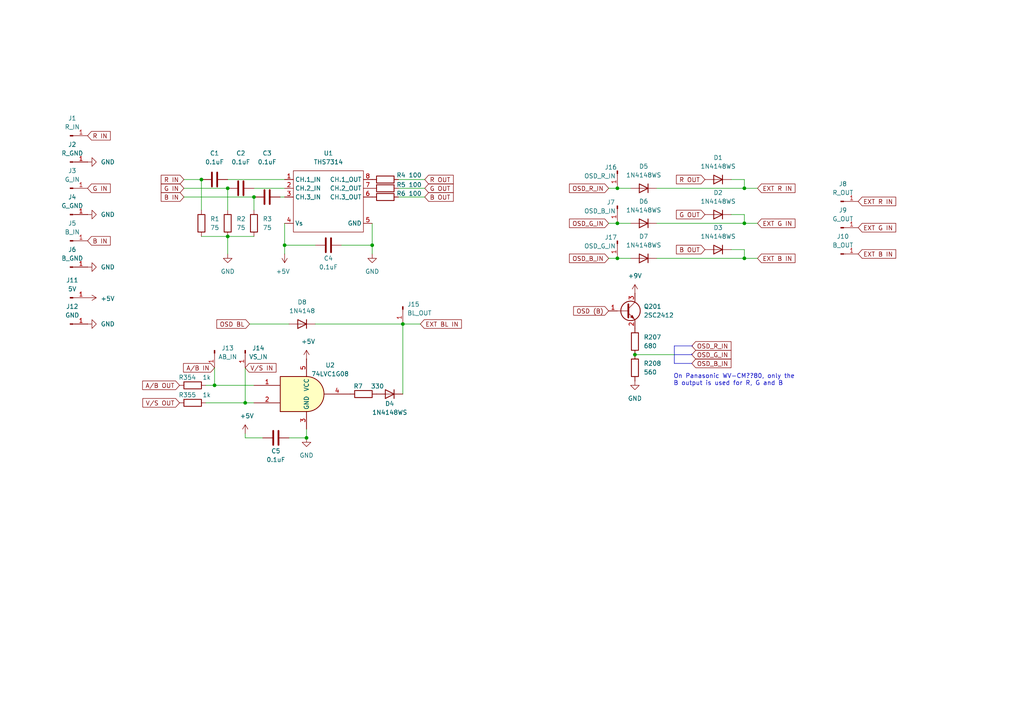
<source format=kicad_sch>
(kicad_sch (version 20250114) (generator "eeschema") (generator_version "9.0")
  (paper "A4")
  (lib_symbols
    (symbol "74xGxx:74LVC1G08"
      (property "Reference" "U" (at -5.08 7.62 0))
      (property "Value" "74LVC1G08" (at 7.62 -7.62 0))
      (symbol "74LVC1G08_0_1"
        (arc (start 0 5.08) (mid 5.0579 0) (end 0 -5.08) (stroke (width 0.254)) (fill (type background)))
        (polyline (pts (xy 0 -5.08) (xy -7.62 -5.08) (xy -7.62 5.08) (xy 0 5.08)) (stroke (width 0.254)) (fill (type background)))
      )
      (symbol "74LVC1G08_1_1"
        (pin input line (at -15.24 2.54 0) (length 7.62) (name "~") (number "1"))
        (pin input line (at -15.24 -2.54 0) (length 7.62) (name "~") (number "2"))
        (pin power_in line (at 0 10.16 270) (length 5.08) (name "VCC") (number "5"))
        (pin power_in line (at 0 -10.16 90) (length 5.08) (name "GND") (number "3"))
        (pin output line (at 12.7 0 180) (length 7.62) (name "~") (number "4"))
      )
    )
    (symbol "Connector:Conn_01x01_Pin" (pin_names (offset 1.016) (hide yes))
      (property "Reference" "J" (at 0 2.54 0))
      (property "Value" "Conn_01x01_Pin" (at 0 -2.54 0))
      (symbol "Conn_01x01_Pin_1_1"
        (rectangle (start 0.8636 0.127) (end 0 -0.127) (stroke (width 0.1524)) (fill (type outline)))
        (polyline (pts (xy 1.27 0) (xy 0.8636 0)) (stroke (width 0.1524)))
        (pin passive line (at 5.08 0 180) (length 3.81) (name "Pin_1") (number "1"))
      )
    )
    (symbol "Device:C" (pin_numbers (hide yes)) (pin_names (offset 0.254))
      (property "Reference" "C" (at 0.635 2.54 0))
      (property "Value" "C" (at 0.635 -2.54 0))
      (symbol "C_0_1"
        (polyline (pts (xy -2.032 0.762) (xy 2.032 0.762)) (stroke (width 0.508)))
        (polyline (pts (xy -2.032 -0.762) (xy 2.032 -0.762)) (stroke (width 0.508)))
      )
      (symbol "C_1_1"
        (pin passive line (at 0 3.81 270) (length 2.794) (name "~") (number "1"))
        (pin passive line (at 0 -3.81 90) (length 2.794) (name "~") (number "2"))
      )
    )
    (symbol "Device:R" (pin_numbers (hide yes)) (pin_names (offset 0))
      (property "Reference" "R" (at 2.032 0 90))
      (property "Value" "R" (at 0 0 90))
      (symbol "R_0_1"
        (rectangle (start -1.016 -2.54) (end 1.016 2.54) (stroke (width 0.254)))
      )
      (symbol "R_1_1"
        (pin passive line (at 0 3.81 270) (length 1.27) (name "~") (number "1"))
        (pin passive line (at 0 -3.81 90) (length 1.27) (name "~") (number "2"))
      )
    )
    (symbol "Diode:1N4148" (pin_numbers (hide yes)) (pin_names (hide yes))
      (property "Reference" "D" (at 0 2.54 0))
      (property "Value" "1N4148" (at 0 -2.54 0))
      (symbol "1N4148_0_1"
        (polyline (pts (xy -1.27 1.27) (xy -1.27 -1.27)) (stroke (width 0.254)))
        (polyline (pts (xy 1.27 1.27) (xy 1.27 -1.27) (xy -1.27 0) (xy 1.27 1.27)) (stroke (width 0.254)))
        (polyline (pts (xy 1.27 0) (xy -1.27 0)))
      )
      (symbol "1N4148_1_1"
        (pin passive line (at -3.81 0 0) (length 2.54) (name "K") (number "1"))
        (pin passive line (at 3.81 0 180) (length 2.54) (name "A") (number "2"))
      )
    )
    (symbol "Diode:1N4148WS" (pin_numbers (hide yes)) (pin_names (hide yes))
      (property "Reference" "D" (at 0 2.54 0))
      (property "Value" "1N4148WS" (at 0 -2.54 0))
      (symbol "1N4148WS_0_1"
        (polyline (pts (xy -1.27 1.27) (xy -1.27 -1.27)) (stroke (width 0.254)))
        (polyline (pts (xy 1.27 1.27) (xy 1.27 -1.27) (xy -1.27 0) (xy 1.27 1.27)) (stroke (width 0.254)))
        (polyline (pts (xy 1.27 0) (xy -1.27 0)))
      )
      (symbol "1N4148WS_1_1"
        (pin passive line (at -3.81 0 0) (length 2.54) (name "K") (number "1"))
        (pin passive line (at 3.81 0 180) (length 2.54) (name "A") (number "2"))
      )
    )
    (symbol "Transistor_BJT:2SC4213" (pin_names (offset 0) (hide yes))
      (property "Reference" "Q" (at 5.08 1.905 0))
      (property "Value" "2SC4213" (at 5.08 0 0))
      (symbol "2SC4213_0_1"
        (polyline (pts (xy -2.54 0) (xy 0.635 0)))
        (polyline (pts (xy 0.635 1.905) (xy 0.635 -1.905)) (stroke (width 0.508)))
        (circle (center 1.27 0) (radius 2.8194) (stroke (width 0.254)))
      )
      (symbol "2SC4213_1_1"
        (polyline (pts (xy 0.635 0.635) (xy 2.54 2.54)))
        (polyline (pts (xy 0.635 -0.635) (xy 2.54 -2.54)))
        (polyline (pts (xy 1.27 -1.778) (xy 1.778 -1.27) (xy 2.286 -2.286) (xy 1.27 -1.778)) (fill (type outline)))
        (pin input line (at -5.08 0 0) (length 2.54) (name "B") (number "1"))
        (pin passive line (at 2.54 5.08 270) (length 2.54) (name "C") (number "3"))
        (pin passive line (at 2.54 -5.08 90) (length 2.54) (name "E") (number "2"))
      )
    )
    (symbol "power:+5V" (power) (pin_numbers (hide yes)) (pin_names (offset 0) (hide yes))
      (property "Value" "+5V" (at 0 3.556 0))
      (symbol "+5V_0_1"
        (polyline (pts (xy -0.762 1.27) (xy 0 2.54)))
        (polyline (pts (xy 0 2.54) (xy 0.762 1.27)))
        (polyline (pts (xy 0 0) (xy 0 2.54)))
      )
      (symbol "+5V_1_1"
        (pin power_in line (at 0 0 90) (length 0) (name "~") (number "1"))
      )
    )
    (symbol "power:+9V" (power) (pin_numbers (hide yes)) (pin_names (offset 0) (hide yes))
      (property "Value" "+9V" (at 0 3.556 0))
      (symbol "+9V_0_1"
        (polyline (pts (xy -0.762 1.27) (xy 0 2.54)))
        (polyline (pts (xy 0 2.54) (xy 0.762 1.27)))
        (polyline (pts (xy 0 0) (xy 0 2.54)))
      )
      (symbol "+9V_1_1"
        (pin power_in line (at 0 0 90) (length 0) (name "~") (number "1"))
      )
    )
    (symbol "power:GND" (power) (pin_numbers (hide yes)) (pin_names (offset 0) (hide yes))
      (property "Value" "GND" (at 0 -3.81 0))
      (symbol "GND_0_1"
        (polyline (pts (xy 0 0) (xy 0 -1.27) (xy 1.27 -1.27) (xy 0 -2.54) (xy -1.27 -1.27) (xy 0 -1.27)))
      )
      (symbol "GND_1_1"
        (pin power_in line (at 0 0 270) (length 0) (name "~") (number "1"))
      )
    )
    (symbol "ths7314:THS7314"
      (property "Reference" "U" (at -7.62 10.16 0))
      (property "Value" "THS7314" (at 0.254 -10.16 0))
      (symbol "THS7314_0_1"
        (rectangle (start -10.16 8.89) (end 10.16 -8.89))
      )
      (symbol "THS7314_1_1"
        (pin input line (at -12.7 6.35 0) (length 2.54) (name "CH.1_IN") (number "1"))
        (pin input line (at -12.7 3.81 0) (length 2.54) (name "CH.2_IN") (number "2"))
        (pin input line (at -12.7 1.27 0) (length 2.54) (name "CH.3_IN") (number "3"))
        (pin input line (at -12.7 -6.35 0) (length 2.54) (name "Vs") (number "4"))
        (pin output line (at 12.7 6.35 180) (length 2.54) (name "CH.1_OUT") (number "8"))
        (pin output line (at 12.7 3.81 180) (length 2.54) (name "CH.2_OUT") (number "7"))
        (pin output line (at 12.7 1.27 180) (length 2.54) (name "CH.3_OUT") (number "6"))
        (pin input line (at 12.7 -6.35 180) (length 2.54) (name "GND") (number "5"))
      )
    )
  )
  (text "On Panasonic WV-CM??80, only the \nB output is used for R, G and B" (at 195.326 110.236 0) (effects (font (size 1.27 1.27)) (justify left)))
  (junction (at 215.9 64.77))
  (junction (at 66.04 68.58))
  (junction (at 73.66 57.15))
  (junction (at 184.15 102.87))
  (junction (at 179.07 64.77))
  (junction (at 179.07 74.93))
  (junction (at 179.07 54.61))
  (junction (at 62.23 111.76))
  (junction (at 58.42 52.07))
  (junction (at 88.9 127))
  (junction (at 116.84 93.98))
  (junction (at 66.04 54.61))
  (junction (at 71.12 116.84))
  (junction (at 82.55 71.12))
  (junction (at 215.9 74.93))
  (junction (at 107.95 71.12))
  (junction (at 215.9 54.61))
  (wire (pts (xy 71.12 125.73) (xy 71.12 127)))
  (wire (pts (xy 215.9 72.39) (xy 215.9 74.93)))
  (wire (pts (xy 53.34 57.15) (xy 73.66 57.15)))
  (wire (pts (xy 182.88 74.93) (xy 179.07 74.93)))
  (wire (pts (xy 76.2 127) (xy 71.12 127)))
  (wire (pts (xy 62.23 106.68) (xy 62.23 111.76)))
  (wire (pts (xy 190.5 64.77) (xy 215.9 64.77)))
  (wire (pts (xy 190.5 74.93) (xy 215.9 74.93)))
  (wire (pts (xy 59.69 111.76) (xy 62.23 111.76)))
  (wire (pts (xy 215.9 64.77) (xy 219.71 64.77)))
  (wire (pts (xy 190.5 54.61) (xy 215.9 54.61)))
  (wire (pts (xy 53.34 52.07) (xy 58.42 52.07)))
  (wire (pts (xy 81.28 57.15) (xy 82.55 57.15)))
  (wire (pts (xy 73.66 57.15) (xy 73.66 60.96)))
  (wire (pts (xy 107.95 73.66) (xy 107.95 71.12)))
  (wire (pts (xy 215.9 52.07) (xy 215.9 54.61)))
  (polyline (pts (xy 200.66 102.616) (xy 200.66 102.87)))
  (wire (pts (xy 212.09 62.23) (xy 215.9 62.23)))
  (wire (pts (xy 212.09 52.07) (xy 215.9 52.07)))
  (polyline (pts (xy 200.66 105.41) (xy 195.58 105.41)))
  (wire (pts (xy 184.15 102.87) (xy 195.58 102.87)))
  (polyline (pts (xy 195.58 100.33) (xy 200.914 100.33)))
  (wire (pts (xy 82.55 71.12) (xy 91.44 71.12)))
  (wire (pts (xy 215.9 62.23) (xy 215.9 64.77)))
  (wire (pts (xy 62.23 111.76) (xy 73.66 111.76)))
  (wire (pts (xy 83.82 127) (xy 88.9 127)))
  (wire (pts (xy 179.07 74.93) (xy 176.53 74.93)))
  (wire (pts (xy 59.69 116.84) (xy 71.12 116.84)))
  (wire (pts (xy 212.09 72.39) (xy 215.9 72.39)))
  (wire (pts (xy 66.04 68.58) (xy 66.04 73.66)))
  (wire (pts (xy 99.06 71.12) (xy 107.95 71.12)))
  (wire (pts (xy 176.53 64.77) (xy 179.07 64.77)))
  (wire (pts (xy 182.88 54.61) (xy 179.07 54.61)))
  (wire (pts (xy 58.42 68.58) (xy 66.04 68.58)))
  (wire (pts (xy 71.12 116.84) (xy 73.66 116.84)))
  (wire (pts (xy 91.44 93.98) (xy 116.84 93.98)))
  (polyline (pts (xy 195.58 105.41) (xy 195.58 102.87)))
  (wire (pts (xy 116.84 114.3) (xy 116.84 93.98)))
  (wire (pts (xy 53.34 54.61) (xy 66.04 54.61)))
  (wire (pts (xy 179.07 54.61) (xy 176.53 54.61)))
  (wire (pts (xy 115.57 57.15) (xy 123.19 57.15)))
  (wire (pts (xy 179.07 64.77) (xy 182.88 64.77)))
  (wire (pts (xy 82.55 64.77) (xy 82.55 71.12)))
  (wire (pts (xy 115.57 52.07) (xy 123.19 52.07)))
  (wire (pts (xy 71.12 106.68) (xy 71.12 116.84)))
  (wire (pts (xy 215.9 74.93) (xy 219.71 74.93)))
  (wire (pts (xy 88.9 124.46) (xy 88.9 127)))
  (wire (pts (xy 82.55 73.66) (xy 82.55 71.12)))
  (wire (pts (xy 215.9 54.61) (xy 219.71 54.61)))
  (wire (pts (xy 66.04 68.58) (xy 73.66 68.58)))
  (polyline (pts (xy 195.58 102.87) (xy 195.58 100.33)))
  (wire (pts (xy 66.04 54.61) (xy 66.04 60.96)))
  (wire (pts (xy 115.57 54.61) (xy 123.19 54.61)))
  (wire (pts (xy 116.84 93.98) (xy 121.92 93.98)))
  (wire (pts (xy 107.95 71.12) (xy 107.95 64.77)))
  (wire (pts (xy 66.04 52.07) (xy 82.55 52.07)))
  (polyline (pts (xy 195.58 102.87) (xy 200.66 102.87)))
  (wire (pts (xy 73.66 54.61) (xy 82.55 54.61)))
  (wire (pts (xy 58.42 52.07) (xy 58.42 60.96)))
  (wire (pts (xy 72.39 93.98) (xy 83.82 93.98)))
  (global_label "OSD_R_IN" (shape input) (at 200.66 100.33 0) (property "Intersheetrefs" "${INTERSHEET_REFS}" (effects (hide yes))))
  (global_label "EXT B IN" (shape input) (at 219.71 74.93 0) (property "Intersheetrefs" "${INTERSHEET_REFS}" (effects (hide yes))))
  (global_label "OSD_B_IN" (shape input) (at 176.53 74.93 180) (property "Intersheetrefs" "${INTERSHEET_REFS}" (effects (hide yes))))
  (global_label "R OUT" (shape input) (at 204.47 52.07 180) (property "Intersheetrefs" "${INTERSHEET_REFS}" (effects (hide yes))))
  (global_label "OSD_G_IN" (shape input) (at 200.66 102.87 0) (property "Intersheetrefs" "${INTERSHEET_REFS}" (effects (hide yes))))
  (global_label "OSD (B)" (shape input) (at 176.53 90.17 180) (property "Intersheetrefs" "${INTERSHEET_REFS}" (effects (hide yes))))
  (global_label "B IN" (shape input) (at 53.34 57.15 180) (property "Intersheetrefs" "${INTERSHEET_REFS}" (effects (hide yes))))
  (global_label "EXT G IN" (shape input) (at 219.71 64.77 0) (property "Intersheetrefs" "${INTERSHEET_REFS}" (effects (hide yes))))
  (global_label "EXT G IN" (shape input) (at 248.92 66.04 0) (property "Intersheetrefs" "${INTERSHEET_REFS}" (effects (hide yes))))
  (global_label "G OUT" (shape input) (at 204.47 62.23 180) (property "Intersheetrefs" "${INTERSHEET_REFS}" (effects (hide yes))))
  (global_label "A{slash}B OUT" (shape input) (at 52.07 111.76 180) (property "Intersheetrefs" "${INTERSHEET_REFS}" (effects (hide yes))))
  (global_label "B OUT" (shape input) (at 123.19 57.15 0) (property "Intersheetrefs" "${INTERSHEET_REFS}" (effects (hide yes))))
  (global_label "EXT R IN" (shape input) (at 248.92 58.42 0) (property "Intersheetrefs" "${INTERSHEET_REFS}" (effects (hide yes))))
  (global_label "G OUT" (shape input) (at 123.19 54.61 0) (property "Intersheetrefs" "${INTERSHEET_REFS}" (effects (hide yes))))
  (global_label "B IN" (shape input) (at 25.4 69.85 0) (property "Intersheetrefs" "${INTERSHEET_REFS}" (effects (hide yes))))
  (global_label "R IN" (shape input) (at 53.34 52.07 180) (property "Intersheetrefs" "${INTERSHEET_REFS}" (effects (hide yes))))
  (global_label "OSD_B_IN" (shape input) (at 200.66 105.41 0) (property "Intersheetrefs" "${INTERSHEET_REFS}" (effects (hide yes))))
  (global_label "R IN" (shape input) (at 25.4 39.37 0) (property "Intersheetrefs" "${INTERSHEET_REFS}" (effects (hide yes))))
  (global_label "OSD_G_IN" (shape input) (at 176.53 64.77 180) (property "Intersheetrefs" "${INTERSHEET_REFS}" (effects (hide yes))))
  (global_label "G IN" (shape input) (at 53.34 54.61 180) (property "Intersheetrefs" "${INTERSHEET_REFS}" (effects (hide yes))))
  (global_label "EXT BL IN" (shape input) (at 121.92 93.98 0) (property "Intersheetrefs" "${INTERSHEET_REFS}" (effects (hide yes))))
  (global_label "G IN" (shape input) (at 25.4 54.61 0) (property "Intersheetrefs" "${INTERSHEET_REFS}" (effects (hide yes))))
  (global_label "V{slash}S IN" (shape input) (at 71.12 106.68 0) (property "Intersheetrefs" "${INTERSHEET_REFS}" (effects (hide yes))))
  (global_label "V{slash}S OUT" (shape input) (at 52.07 116.84 180) (property "Intersheetrefs" "${INTERSHEET_REFS}" (effects (hide yes))))
  (global_label "OSD BL" (shape input) (at 72.39 93.98 180) (property "Intersheetrefs" "${INTERSHEET_REFS}" (effects (hide yes))))
  (global_label "OSD_R_IN" (shape input) (at 176.53 54.61 180) (property "Intersheetrefs" "${INTERSHEET_REFS}" (effects (hide yes))))
  (global_label "R OUT" (shape input) (at 123.19 52.07 0) (property "Intersheetrefs" "${INTERSHEET_REFS}" (effects (hide yes))))
  (global_label "EXT B IN" (shape input) (at 248.92 73.66 0) (property "Intersheetrefs" "${INTERSHEET_REFS}" (effects (hide yes))))
  (global_label "B OUT" (shape input) (at 204.47 72.39 180) (property "Intersheetrefs" "${INTERSHEET_REFS}" (effects (hide yes))))
  (global_label "EXT R IN" (shape input) (at 219.71 54.61 0) (property "Intersheetrefs" "${INTERSHEET_REFS}" (effects (hide yes))))
  (global_label "A{slash}B IN" (shape input) (at 62.23 106.68 180) (property "Intersheetrefs" "${INTERSHEET_REFS}" (effects (hide yes))))
  (symbol (lib_id "Connector:Conn_01x01_Pin") (at 116.84 88.9 270) (unit 1)
    (property "Reference" "J15" (at 118.11 88.2649 90) (effects (justify left)))
    (property "Value" "BL_OUT" (at 118.11 90.8049 90) (effects (justify left)))
    (property "Footprint" "Connector_Wire:SolderWirePad_1x01_SMD_1x2mm" (effects (hide yes)))
    (property "Description" "Generic connector, single row, 01x01, script generated" (effects (hide yes)))
  )
  (symbol (lib_id "power:GND") (at 25.4 46.99 90) (unit 1)
    (property "Reference" "#PWR09" (effects (hide yes)))
    (property "Value" "GND" (at 29.21 46.9899 90) (effects (justify right)))
    (property "Description" "Power symbol creates a global label with name \"GND\" , ground" (effects (hide yes)))
  )
  (symbol (lib_id "Connector:Conn_01x01_Pin") (at 62.23 101.6 270) (unit 1)
    (property "Reference" "J13" (at 66.04 100.965 90))
    (property "Value" "AB_IN" (at 66.04 103.505 90))
    (property "Footprint" "Connector_Wire:SolderWirePad_1x01_SMD_1.5x3mm" (effects (hide yes)))
    (property "Description" "Generic connector, single row, 01x01, script generated" (effects (hide yes)))
  )
  (symbol (lib_id "Connector:Conn_01x01_Pin") (at 20.32 54.61 0) (unit 1)
    (property "Reference" "J3" (at 20.955 49.53 0))
    (property "Value" "G_IN" (at 20.955 52.07 0))
    (property "Footprint" "Connector_Wire:SolderWirePad_1x01_SMD_2x4mm" (effects (hide yes)))
    (property "Description" "Generic connector, single row, 01x01, script generated" (effects (hide yes)))
  )
  (symbol (lib_id "power:GND") (at 184.15 110.49 0) (unit 1)
    (property "Reference" "#PWR05" (effects (hide yes)))
    (property "Value" "GND" (at 184.15 115.57 0))
    (property "Description" "Power symbol creates a global label with name \"GND\" , ground" (effects (hide yes)))
  )
  (symbol (lib_id "Device:R") (at 111.76 52.07 90) (unit 1)
    (property "Reference" "R4" (at 116.332 50.8 90))
    (property "Value" "100" (at 120.396 50.8 90))
    (property "Footprint" "Resistor_SMD:R_0805_2012Metric" (effects (hide yes)))
    (property "Description" "Resistor" (effects (hide yes)))
  )
  (symbol (lib_id "Transistor_BJT:2SC4213") (at 181.61 90.17 0) (unit 1) (in_bom no) (on_board no)
    (property "Reference" "Q201" (at 186.69 88.8999 0) (effects (justify left)))
    (property "Value" "2SC2412" (at 186.69 91.4399 0) (effects (justify left)))
    (property "Footprint" "Package_TO_SOT_SMD:SOT-323_SC-70" (effects (hide yes)))
    (property "Description" "NPN Transistor, SOT-323" (effects (hide yes)))
    (property "Sim.Device" "NPN" (effects (hide yes)))
    (property "Sim.Pins" "1=C 2=B 3=E" (effects (hide yes)))
    (property "Sim.Type" "VBIC" (effects (hide yes)))
  )
  (symbol (lib_id "Device:R") (at 73.66 64.77 0) (unit 1)
    (property "Reference" "R3" (at 76.2 63.4999 0) (effects (justify left)))
    (property "Value" "75" (at 76.2 66.0399 0) (effects (justify left)))
    (property "Footprint" "Resistor_SMD:R_0805_2012Metric" (effects (hide yes)))
    (property "Description" "Resistor" (effects (hide yes)))
  )
  (symbol (lib_id "Diode:1N4148WS") (at 113.03 114.3 180) (unit 1)
    (property "Reference" "D4" (at 113.03 117.094 0))
    (property "Value" "1N4148WS" (at 113.03 119.634 0))
    (property "Footprint" "Diode_SMD:D_SOD-323" (effects (hide yes)))
    (property "Datasheet" "https://www.vishay.com/docs/85751/1n4148ws.pdf" (effects (hide yes)))
    (property "Description" "75V 0.15A Fast switching Diode, SOD-323" (effects (hide yes)))
    (property "Sim.Device" "D" (effects (hide yes)))
    (property "Sim.Pins" "1=K 2=A" (effects (hide yes)))
  )
  (symbol (lib_id "ths7314:THS7314") (at 95.25 58.42 0) (unit 1)
    (property "Reference" "U1" (at 95.25 44.45 0))
    (property "Value" "THS7314" (at 95.25 46.99 0))
    (property "Footprint" "Package_SO:SOIC-8_3.9x4.9mm_P1.27mm" (effects (hide yes)))
  )
  (symbol (lib_id "Connector:Conn_01x01_Pin") (at 179.07 49.53 270) (unit 1)
    (property "Reference" "J16" (at 177.165 48.514 90))
    (property "Value" "OSD_R_IN" (at 173.99 51.054 90))
    (property "Footprint" "Connector_Wire:SolderWirePad_1x01_SMD_1x2mm" (effects (hide yes)))
    (property "Description" "Generic connector, single row, 01x01, script generated" (effects (hide yes)))
  )
  (symbol (lib_id "Device:R") (at 184.15 106.68 0) (unit 1) (on_board no)
    (property "Reference" "R208" (at 186.69 105.4099 0) (effects (justify left)))
    (property "Value" "560" (at 186.69 107.9499 0) (effects (justify left)))
    (property "Footprint" "Resistor_SMD:R_0201_0603Metric" (effects (hide yes)))
    (property "Description" "Resistor SMD 0603" (effects (hide yes)))
  )
  (symbol (lib_id "Connector:Conn_01x01_Pin") (at 243.84 58.42 0) (unit 1)
    (property "Reference" "J8" (at 244.475 53.34 0))
    (property "Value" "R_OUT" (at 244.475 55.88 0))
    (property "Footprint" "Connector_Wire:SolderWirePad_1x01_SMD_1x2mm" (effects (hide yes)))
    (property "Description" "Generic connector, single row, 01x01, script generated" (effects (hide yes)))
  )
  (symbol (lib_id "power:GND") (at 66.04 73.66 0) (unit 1)
    (property "Reference" "#PWR01" (effects (hide yes)))
    (property "Value" "GND" (at 66.04 78.74 0))
    (property "Description" "Power symbol creates a global label with name \"GND\" , ground" (effects (hide yes)))
  )
  (symbol (lib_id "Diode:1N4148WS") (at 208.28 72.39 180) (unit 1)
    (property "Reference" "D3" (at 208.28 66.04 0))
    (property "Value" "1N4148WS" (at 208.28 68.58 0))
    (property "Footprint" "Diode_SMD:D_SOD-323" (effects (hide yes)))
    (property "Datasheet" "https://www.vishay.com/docs/85751/1n4148ws.pdf" (effects (hide yes)))
    (property "Description" "75V 0.15A Fast switching Diode, SOD-323" (effects (hide yes)))
    (property "Sim.Device" "D" (effects (hide yes)))
    (property "Sim.Pins" "1=K 2=A" (effects (hide yes)))
  )
  (symbol (lib_id "Connector:Conn_01x01_Pin") (at 20.32 93.98 0) (unit 1)
    (property "Reference" "J12" (at 20.955 88.9 0))
    (property "Value" "GND" (at 20.955 91.44 0))
    (property "Footprint" "Connector_Wire:SolderWirePad_1x01_SMD_1x2mm" (effects (hide yes)))
    (property "Description" "Generic connector, single row, 01x01, script generated" (effects (hide yes)))
  )
  (symbol (lib_id "Connector:Conn_01x01_Pin") (at 20.32 77.47 0) (unit 1)
    (property "Reference" "J6" (at 20.955 72.39 0))
    (property "Value" "B_GND" (at 20.955 74.93 0))
    (property "Footprint" "Connector_Wire:SolderWirePad_1x01_SMD_2x4mm" (effects (hide yes)))
    (property "Description" "Generic connector, single row, 01x01, script generated" (effects (hide yes)))
  )
  (symbol (lib_id "Connector:Conn_01x01_Pin") (at 20.32 46.99 0) (unit 1)
    (property "Reference" "J2" (at 20.955 41.91 0))
    (property "Value" "R_GND" (at 20.955 44.45 0))
    (property "Footprint" "Connector_Wire:SolderWirePad_1x01_SMD_2x4mm" (effects (hide yes)))
    (property "Description" "Generic connector, single row, 01x01, script generated" (effects (hide yes)))
  )
  (symbol (lib_id "Device:C") (at 80.01 127 270) (unit 1)
    (property "Reference" "C5" (at 80.01 130.81 90))
    (property "Value" "0.1uF" (at 80.01 133.35 90))
    (property "Footprint" "Capacitor_SMD:C_0805_2012Metric" (effects (hide yes)))
    (property "Description" "Unpolarized capacitor" (effects (hide yes)))
  )
  (symbol (lib_id "Connector:Conn_01x01_Pin") (at 71.12 101.6 270) (unit 1)
    (property "Reference" "J14" (at 74.93 100.965 90))
    (property "Value" "VS_IN" (at 74.93 103.505 90))
    (property "Footprint" "Connector_Wire:SolderWirePad_1x01_SMD_1.5x3mm" (effects (hide yes)))
    (property "Description" "Generic connector, single row, 01x01, script generated" (effects (hide yes)))
  )
  (symbol (lib_id "Device:R") (at 55.88 116.84 90) (unit 1) (in_bom no) (on_board no)
    (property "Reference" "R355" (at 54.356 114.554 90))
    (property "Value" "1k" (at 59.944 114.554 90))
    (property "Description" "Resistor" (effects (hide yes)))
  )
  (symbol (lib_id "Device:C") (at 62.23 52.07 90) (unit 1)
    (property "Reference" "C1" (at 62.23 44.45 90))
    (property "Value" "0.1uF" (at 62.23 46.99 90))
    (property "Footprint" "Capacitor_SMD:C_0805_2012Metric" (effects (hide yes)))
    (property "Description" "Unpolarized capacitor" (effects (hide yes)))
  )
  (symbol (lib_id "Connector:Conn_01x01_Pin") (at 20.32 62.23 0) (unit 1)
    (property "Reference" "J4" (at 20.955 57.15 0))
    (property "Value" "G_GND" (at 20.955 59.69 0))
    (property "Footprint" "Connector_Wire:SolderWirePad_1x01_SMD_2x4mm" (effects (hide yes)))
    (property "Description" "Generic connector, single row, 01x01, script generated" (effects (hide yes)))
  )
  (symbol (lib_id "power:GND") (at 88.9 127 0) (unit 1)
    (property "Reference" "#PWR07" (effects (hide yes)))
    (property "Value" "GND" (at 88.9 132.08 0))
    (property "Description" "Power symbol creates a global label with name \"GND\" , ground" (effects (hide yes)))
  )
  (symbol (lib_id "power:GND") (at 25.4 77.47 90) (unit 1)
    (property "Reference" "#PWR011" (effects (hide yes)))
    (property "Value" "GND" (at 29.21 77.4699 90) (effects (justify right)))
    (property "Description" "Power symbol creates a global label with name \"GND\" , ground" (effects (hide yes)))
  )
  (symbol (lib_id "Device:R") (at 58.42 64.77 0) (unit 1)
    (property "Reference" "R1" (at 60.96 63.4999 0) (effects (justify left)))
    (property "Value" "75" (at 60.96 66.0399 0) (effects (justify left)))
    (property "Footprint" "Resistor_SMD:R_0805_2012Metric" (effects (hide yes)))
    (property "Description" "Resistor" (effects (hide yes)))
  )
  (symbol (lib_id "Device:R") (at 111.76 57.15 90) (unit 1)
    (property "Reference" "R6" (at 116.332 56.134 90))
    (property "Value" "100" (at 120.396 56.134 90))
    (property "Footprint" "Resistor_SMD:R_0805_2012Metric" (effects (hide yes)))
    (property "Description" "Resistor" (effects (hide yes)))
  )
  (symbol (lib_id "Connector:Conn_01x01_Pin") (at 243.84 73.66 0) (unit 1)
    (property "Reference" "J10" (at 244.475 68.58 0))
    (property "Value" "B_OUT" (at 244.475 71.12 0))
    (property "Footprint" "Connector_Wire:SolderWirePad_1x01_SMD_1x2mm" (effects (hide yes)))
    (property "Description" "Generic connector, single row, 01x01, script generated" (effects (hide yes)))
  )
  (symbol (lib_id "Connector:Conn_01x01_Pin") (at 20.32 39.37 0) (unit 1)
    (property "Reference" "J1" (at 20.955 34.29 0))
    (property "Value" "R_IN" (at 20.955 36.83 0))
    (property "Footprint" "Connector_Wire:SolderWirePad_1x01_SMD_2x4mm" (effects (hide yes)))
    (property "Description" "Generic connector, single row, 01x01, script generated" (effects (hide yes)))
  )
  (symbol (lib_id "power:GND") (at 107.95 73.66 0) (unit 1)
    (property "Reference" "#PWR03" (effects (hide yes)))
    (property "Value" "GND" (at 107.95 78.74 0))
    (property "Description" "Power symbol creates a global label with name \"GND\" , ground" (effects (hide yes)))
  )
  (symbol (lib_id "Device:R") (at 66.04 64.77 0) (unit 1)
    (property "Reference" "R2" (at 68.58 63.4999 0) (effects (justify left)))
    (property "Value" "75" (at 68.58 66.0399 0) (effects (justify left)))
    (property "Footprint" "Resistor_SMD:R_0805_2012Metric" (effects (hide yes)))
    (property "Description" "Resistor" (effects (hide yes)))
  )
  (symbol (lib_id "power:GND") (at 25.4 62.23 90) (unit 1)
    (property "Reference" "#PWR010" (effects (hide yes)))
    (property "Value" "GND" (at 29.21 62.2299 90) (effects (justify right)))
    (property "Description" "Power symbol creates a global label with name \"GND\" , ground" (effects (hide yes)))
  )
  (symbol (lib_id "Device:R") (at 55.88 111.76 90) (unit 1) (in_bom no) (on_board no)
    (property "Reference" "R354" (at 54.356 109.474 90))
    (property "Value" "1k" (at 59.944 109.474 90))
    (property "Description" "Resistor" (effects (hide yes)))
  )
  (symbol (lib_id "Connector:Conn_01x01_Pin") (at 20.32 69.85 0) (unit 1)
    (property "Reference" "J5" (at 20.955 64.77 0))
    (property "Value" "B_IN" (at 20.955 67.31 0))
    (property "Footprint" "Connector_Wire:SolderWirePad_1x01_SMD_2x4mm" (effects (hide yes)))
    (property "Description" "Generic connector, single row, 01x01, script generated" (effects (hide yes)))
  )
  (symbol (lib_id "Diode:1N4148WS") (at 186.69 54.61 180) (unit 1)
    (property "Reference" "D5" (at 186.69 48.26 0))
    (property "Value" "1N4148WS" (at 186.69 50.8 0))
    (property "Footprint" "Diode_SMD:D_SOD-323" (effects (hide yes)))
    (property "Datasheet" "https://www.vishay.com/docs/85751/1n4148ws.pdf" (effects (hide yes)))
    (property "Description" "75V 0.15A Fast switching Diode, SOD-323" (effects (hide yes)))
    (property "Sim.Device" "D" (effects (hide yes)))
    (property "Sim.Pins" "1=K 2=A" (effects (hide yes)))
  )
  (symbol (lib_id "Device:C") (at 95.25 71.12 270) (unit 1)
    (property "Reference" "C4" (at 95.25 74.93 90))
    (property "Value" "0.1uF" (at 95.25 77.47 90))
    (property "Footprint" "Capacitor_SMD:C_0805_2012Metric" (effects (hide yes)))
    (property "Description" "Unpolarized capacitor" (effects (hide yes)))
  )
  (symbol (lib_id "power:+5V") (at 82.55 73.66 180) (unit 1)
    (property "Reference" "#PWR02" (effects (hide yes)))
    (property "Value" "+5V" (at 80.01 78.74 0) (effects (justify right)))
    (property "Description" "Power symbol creates a global label with name \"+5V\"" (effects (hide yes)))
  )
  (symbol (lib_id "power:GND") (at 25.4 93.98 90) (unit 1)
    (property "Reference" "#PWR013" (effects (hide yes)))
    (property "Value" "GND" (at 29.21 93.9799 90) (effects (justify right)))
    (property "Description" "Power symbol creates a global label with name \"GND\" , ground" (effects (hide yes)))
  )
  (symbol (lib_id "power:+5V") (at 88.9 104.14 0) (unit 1)
    (property "Reference" "#PWR06" (effects (hide yes)))
    (property "Value" "+5V" (at 91.44 99.06 0) (effects (justify right)))
    (property "Description" "Power symbol creates a global label with name \"+5V\"" (effects (hide yes)))
  )
  (symbol (lib_id "Connector:Conn_01x01_Pin") (at 243.84 66.04 0) (unit 1)
    (property "Reference" "J9" (at 244.475 60.96 0))
    (property "Value" "G_OUT" (at 244.475 63.5 0))
    (property "Footprint" "Connector_Wire:SolderWirePad_1x01_SMD_1x2mm" (effects (hide yes)))
    (property "Description" "Generic connector, single row, 01x01, script generated" (effects (hide yes)))
  )
  (symbol (lib_id "Device:C") (at 77.47 57.15 90) (unit 1)
    (property "Reference" "C3" (at 77.47 44.45 90))
    (property "Value" "0.1uF" (at 77.47 46.99 90))
    (property "Footprint" "Capacitor_SMD:C_0805_2012Metric" (effects (hide yes)))
    (property "Description" "Unpolarized capacitor" (effects (hide yes)))
  )
  (symbol (lib_id "Device:R") (at 184.15 99.06 0) (unit 1) (in_bom no) (on_board no)
    (property "Reference" "R207" (at 186.69 97.7899 0) (effects (justify left)))
    (property "Value" "680" (at 186.69 100.3299 0) (effects (justify left)))
    (property "Description" "Resistor" (effects (hide yes)))
  )
  (symbol (lib_id "Connector:Conn_01x01_Pin") (at 179.07 59.69 270) (unit 1)
    (property "Reference" "J7" (at 177.165 58.674 90))
    (property "Value" "OSD_B_IN" (at 173.99 61.214 90))
    (property "Footprint" "Connector_Wire:SolderWirePad_1x01_SMD_1x2mm" (effects (hide yes)))
    (property "Description" "Generic connector, single row, 01x01, script generated" (effects (hide yes)))
  )
  (symbol (lib_id "Connector:Conn_01x01_Pin") (at 179.07 69.85 270) (unit 1)
    (property "Reference" "J17" (at 177.165 68.834 90))
    (property "Value" "OSD_G_IN" (at 173.99 71.374 90))
    (property "Footprint" "Connector_Wire:SolderWirePad_1x01_SMD_1x2mm" (effects (hide yes)))
    (property "Description" "Generic connector, single row, 01x01, script generated" (effects (hide yes)))
  )
  (symbol (lib_id "Diode:1N4148WS") (at 208.28 52.07 180) (unit 1)
    (property "Reference" "D1" (at 208.28 45.72 0))
    (property "Value" "1N4148WS" (at 208.28 48.26 0))
    (property "Footprint" "Diode_SMD:D_SOD-323" (effects (hide yes)))
    (property "Datasheet" "https://www.vishay.com/docs/85751/1n4148ws.pdf" (effects (hide yes)))
    (property "Description" "75V 0.15A Fast switching Diode, SOD-323" (effects (hide yes)))
    (property "Sim.Device" "D" (effects (hide yes)))
    (property "Sim.Pins" "1=K 2=A" (effects (hide yes)))
  )
  (symbol (lib_id "Diode:1N4148WS") (at 186.69 64.77 180) (unit 1)
    (property "Reference" "D6" (at 186.69 58.42 0))
    (property "Value" "1N4148WS" (at 186.69 60.96 0))
    (property "Footprint" "Diode_SMD:D_SOD-323" (effects (hide yes)))
    (property "Datasheet" "https://www.vishay.com/docs/85751/1n4148ws.pdf" (effects (hide yes)))
    (property "Description" "75V 0.15A Fast switching Diode, SOD-323" (effects (hide yes)))
    (property "Sim.Device" "D" (effects (hide yes)))
    (property "Sim.Pins" "1=K 2=A" (effects (hide yes)))
  )
  (symbol (lib_id "Diode:1N4148WS") (at 208.28 62.23 180) (unit 1)
    (property "Reference" "D2" (at 208.28 55.88 0))
    (property "Value" "1N4148WS" (at 208.28 58.42 0))
    (property "Footprint" "Diode_SMD:D_SOD-323" (effects (hide yes)))
    (property "Datasheet" "https://www.vishay.com/docs/85751/1n4148ws.pdf" (effects (hide yes)))
    (property "Description" "75V 0.15A Fast switching Diode, SOD-323" (effects (hide yes)))
    (property "Sim.Device" "D" (effects (hide yes)))
    (property "Sim.Pins" "1=K 2=A" (effects (hide yes)))
  )
  (symbol (lib_id "Device:C") (at 69.85 54.61 90) (unit 1)
    (property "Reference" "C2" (at 69.85 44.45 90))
    (property "Value" "0.1uF" (at 69.85 46.99 90))
    (property "Footprint" "Capacitor_SMD:C_0805_2012Metric" (effects (hide yes)))
    (property "Description" "Unpolarized capacitor" (effects (hide yes)))
  )
  (symbol (lib_id "power:+9V") (at 184.15 85.09 0) (unit 1)
    (property "Reference" "#PWR04" (effects (hide yes)))
    (property "Value" "+9V" (at 184.15 80.01 0))
    (property "Description" "Power symbol creates a global label with name \"+9V\"" (effects (hide yes)))
  )
  (symbol (lib_id "Diode:1N4148WS") (at 186.69 74.93 180) (unit 1)
    (property "Reference" "D7" (at 186.69 68.58 0))
    (property "Value" "1N4148WS" (at 186.69 71.12 0))
    (property "Footprint" "Diode_SMD:D_SOD-323" (effects (hide yes)))
    (property "Datasheet" "https://www.vishay.com/docs/85751/1n4148ws.pdf" (effects (hide yes)))
    (property "Description" "75V 0.15A Fast switching Diode, SOD-323" (effects (hide yes)))
    (property "Sim.Device" "D" (effects (hide yes)))
    (property "Sim.Pins" "1=K 2=A" (effects (hide yes)))
  )
  (symbol (lib_id "Connector:Conn_01x01_Pin") (at 20.32 86.36 0) (unit 1)
    (property "Reference" "J11" (at 20.955 81.28 0))
    (property "Value" "5V" (at 20.955 83.82 0))
    (property "Footprint" "Connector_Wire:SolderWirePad_1x01_SMD_1x2mm" (effects (hide yes)))
    (property "Description" "Generic connector, single row, 01x01, script generated" (effects (hide yes)))
  )
  (symbol (lib_id "74xGxx:74LVC1G08") (at 88.9 114.3 0) (unit 1)
    (property "Reference" "U2" (at 95.758 105.918 0))
    (property "Value" "74LVC1G08" (at 95.758 108.458 0))
    (property "Footprint" "Package_TO_SOT_SMD:SOT-23-5" (effects (hide yes)))
    (property "Datasheet" "https://www.ti.com/lit/ds/symlink/sn74lvc1g08.pdf" (effects (hide yes)))
    (property "Description" "Single AND Gate, Low-Voltage CMOS" (effects (hide yes)))
  )
  (symbol (lib_id "Device:R") (at 105.41 114.3 90) (unit 1)
    (property "Reference" "R7" (at 103.886 112.014 90))
    (property "Value" "330" (at 109.474 112.014 90))
    (property "Footprint" "Resistor_SMD:R_0805_2012Metric" (effects (hide yes)))
    (property "Description" "Resistor" (effects (hide yes)))
  )
  (symbol (lib_id "power:+5V") (at 25.4 86.36 270) (unit 1)
    (property "Reference" "#PWR012" (effects (hide yes)))
    (property "Value" "+5V" (at 33.274 86.614 90) (effects (justify right)))
    (property "Description" "Power symbol creates a global label with name \"+5V\"" (effects (hide yes)))
  )
  (symbol (lib_id "Device:R") (at 111.76 54.61 90) (unit 1)
    (property "Reference" "R5" (at 116.332 53.594 90))
    (property "Value" "100" (at 120.396 53.594 90))
    (property "Footprint" "Resistor_SMD:R_0805_2012Metric" (effects (hide yes)))
    (property "Description" "Resistor" (effects (hide yes)))
  )
  (symbol (lib_id "power:+5V") (at 71.12 125.73 0) (unit 1)
    (property "Reference" "#PWR08" (effects (hide yes)))
    (property "Value" "+5V" (at 73.66 120.65 0) (effects (justify right)))
    (property "Description" "Power symbol creates a global label with name \"+5V\"" (effects (hide yes)))
  )
  (symbol (lib_id "Diode:1N4148") (at 87.63 93.98 180) (unit 1) (on_board no)
    (property "Reference" "D8" (at 87.63 87.63 0))
    (property "Value" "1N4148" (at 87.63 90.17 0))
    (property "Footprint" "Diode_THT:D_DO-35_SOD27_P7.62mm_Horizontal" (effects (hide yes)))
    (property "Datasheet" "https://assets.nexperia.com/documents/data-sheet/1N4148_1N4448.pdf" (effects (hide yes)))
    (property "Description" "100V 0.15A standard switching diode, DO-35" (effects (hide yes)))
    (property "Sim.Device" "D" (effects (hide yes)))
    (property "Sim.Pins" "1=K 2=A" (effects (hide yes)))
  )
)
</source>
